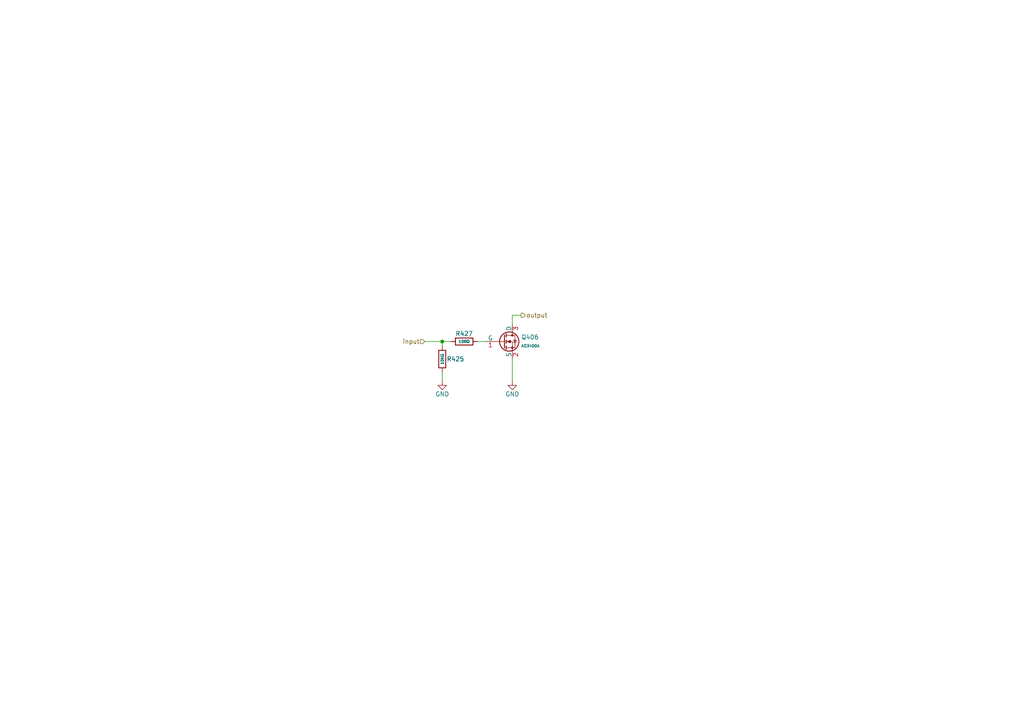
<source format=kicad_sch>
(kicad_sch (version 20250114) (generator "eeschema") (generator_version "9.0")
  (paper "A4")
  (title_block (title "ModuCard GPIO module") (date "2025-06-19") (rev "1.0.0") (company "KoNaR") (comment 1 "Base project authors: Dominik Pluta, Artem Horiunov") (comment 2 "Project author: Dominik Pluta"))
  (lib_symbols
    (symbol "PCM_JLCPCB-Resistors:0402,100Ω" (pin_numbers (hide yes)) (pin_names (offset 0))
      (property "Reference" "R" (at 1.778 0 0))
      (property "Value" "100Ω" (at 0 0 90))
      (symbol "0402,100Ω_0_1"
        (rectangle (start -1.016 2.54) (end 1.016 -2.54) (stroke (width 0.254)))
      )
      (symbol "0402,100Ω_1_1"
        (pin passive line (at 0 3.81 270) (length 1.27) (name "~") (number "1"))
        (pin passive line (at 0 -3.81 90) (length 1.27) (name "~") (number "2"))
      )
    )
    (symbol "PCM_JLCPCB-Resistors:0402,10kΩ" (pin_numbers (hide yes)) (pin_names (offset 0))
      (property "Reference" "R" (at 1.778 0 0))
      (property "Value" "10kΩ" (at 0 0 90))
      (symbol "0402,10kΩ_0_1"
        (rectangle (start -1.016 2.54) (end 1.016 -2.54) (stroke (width 0.254)))
      )
      (symbol "0402,10kΩ_1_1"
        (pin passive line (at 0 3.81 270) (length 1.27) (name "~") (number "1"))
        (pin passive line (at 0 -3.81 90) (length 1.27) (name "~") (number "2"))
      )
    )
    (symbol "PCM_JLCPCB-Transistors:NMOS,AO3400A" (pin_names (offset 0))
      (property "Reference" "Q" (at 4.8514 0.834 0))
      (property "Value" "AO3400A" (at 4.8514 -1.2122 0))
      (symbol "NMOS,AO3400A_0_1"
        (polyline (pts (xy 0.254 1.905) (xy 0.254 -1.905)) (stroke (width 0.254)))
        (polyline (pts (xy 0.254 0) (xy -2.54 0)))
        (polyline (pts (xy 0.762 2.286) (xy 0.762 1.27)) (stroke (width 0.254)))
        (polyline (pts (xy 0.762 0.508) (xy 0.762 -0.508)) (stroke (width 0.254)))
        (polyline (pts (xy 0.762 -1.27) (xy 0.762 -2.286)) (stroke (width 0.254)))
        (polyline (pts (xy 0.762 -1.778) (xy 3.302 -1.778) (xy 3.302 1.778) (xy 0.762 1.778)))
        (polyline (pts (xy 1.016 0) (xy 2.032 0.381) (xy 2.032 -0.381) (xy 1.016 0)) (fill (type outline)))
        (circle (center 1.651 0) (radius 2.794) (stroke (width 0.254)))
        (polyline (pts (xy 2.54 2.54) (xy 2.54 1.778)))
        (circle (center 2.54 1.778) (radius 0.254) (fill (type outline)))
        (circle (center 2.54 -1.778) (radius 0.254) (fill (type outline)))
        (polyline (pts (xy 2.54 -2.54) (xy 2.54 0) (xy 0.762 0)))
        (polyline (pts (xy 2.794 0.508) (xy 2.921 0.381) (xy 3.683 0.381) (xy 3.81 0.254)))
        (polyline (pts (xy 3.302 0.381) (xy 2.921 -0.254) (xy 3.683 -0.254) (xy 3.302 0.381)))
      )
      (symbol "NMOS,AO3400A_1_1"
        (pin input line (at -5.08 0 0) (length 2.54) (name "G") (number "1"))
        (pin passive line (at 2.54 5.08 270) (length 2.54) (name "D") (number "3"))
        (pin passive line (at 2.54 -5.08 90) (length 2.54) (name "S") (number "2"))
      )
    )
    (symbol "power:GND" (power) (pin_numbers (hide yes)) (pin_names (offset 0) (hide yes))
      (property "Value" "GND" (at 0 -3.81 0))
      (symbol "GND_0_1"
        (polyline (pts (xy 0 0) (xy 0 -1.27) (xy 1.27 -1.27) (xy 0 -2.54) (xy -1.27 -1.27) (xy 0 -1.27)))
      )
      (symbol "GND_1_1"
        (pin power_in line (at 0 0 270) (length 0) (name "~") (number "1"))
      )
    )
  )
  (junction (at 128.27 99.06))
  (wire (pts (xy 128.27 107.95) (xy 128.27 110.49)))
  (wire (pts (xy 151.13 91.44) (xy 148.59 91.44)))
  (wire (pts (xy 123.19 99.06) (xy 128.27 99.06)))
  (wire (pts (xy 128.27 99.06) (xy 130.81 99.06)))
  (wire (pts (xy 148.59 104.14) (xy 148.59 110.49)))
  (wire (pts (xy 128.27 100.33) (xy 128.27 99.06)))
  (wire (pts (xy 138.43 99.06) (xy 140.97 99.06)))
  (wire (pts (xy 148.59 91.44) (xy 148.59 93.98)))
  (hierarchical_label "input" (shape input) (at 123.19 99.06 180))
  (hierarchical_label "output" (shape output) (at 151.13 91.44 0))
  (symbol (lib_id "PCM_JLCPCB-Resistors:0402,10kΩ") (at 128.27 104.14 0) (unit 1)
    (property "Reference" "R423" (at 129.54 104.14 0) (effects (justify left)))
    (property "Value" "10kΩ" (at 128.27 104.14 90) (effects (font (size 0.8 0.8))))
    (property "Footprint" "PCM_JLCPCB:R_0402" (effects (hide yes)))
    (property "Datasheet" "https://www.lcsc.com/datasheet/lcsc_datasheet_2411221126_UNI-ROYAL-Uniroyal-Elec-0402WGF1002TCE_C25744.pdf" (effects (hide yes)))
    (property "Description" "62.5mW Thick Film Resistors 50V ±100ppm/°C ±1% 10kΩ 0402 Chip Resistor - Surface Mount ROHS" (effects (hide yes)))
    (property "LCSC" "C25744" (effects (hide yes)))
    (property "Stock" "13295806" (effects (hide yes)))
    (property "Price" "0.004USD" (effects (hide yes)))
    (property "Process" "SMT" (effects (hide yes)))
    (property "Minimum Qty" "5" (effects (hide yes)))
    (property "Attrition Qty" "0" (effects (hide yes)))
    (property "Class" "Basic Component" (effects (hide yes)))
    (property "Category" "Resistors,Chip Resistor - Surface Mount" (effects (hide yes)))
    (property "Manufacturer" "UNI-ROYAL(Uniroyal Elec)" (effects (hide yes)))
    (property "Part" "0402WGF1002TCE" (effects (hide yes)))
    (property "Resistance" "10kΩ" (effects (hide yes)))
    (property "Power(Watts)" "62.5mW" (effects (hide yes)))
    (property "Type" "Thick Film Resistors" (effects (hide yes)))
    (property "Overload Voltage (Max)" "50V" (effects (hide yes)))
    (property "Operating Temperature Range" "-55°C~+155°C" (effects (hide yes)))
    (property "Tolerance" "±1%" (effects (hide yes)))
    (property "Temperature Coefficient" "±100ppm/°C" (effects (hide yes)))
    (instances (project "base-module" (path "" (reference "R425") (unit 1)) (path "" (reference "R436") (unit 1)) (path "" (reference "R423") (unit 1)) (path "" (reference "R429") (unit 1))))
  )
  (symbol (lib_id "PCM_JLCPCB-Resistors:0402,100Ω") (at 134.62 99.06 90) (unit 1)
    (property "Reference" "R426" (at 134.62 96.774 90))
    (property "Value" "100Ω" (at 134.62 99.06 90) (effects (font (size 0.8 0.8))))
    (property "Footprint" "PCM_JLCPCB:R_0402" (effects (hide yes)))
    (property "Datasheet" "https://www.lcsc.com/datasheet/lcsc_datasheet_2205311900_UNI-ROYAL-Uniroyal-Elec-0402WGF1000TCE_C25076.pdf" (effects (hide yes)))
    (property "Description" "62.5mW Thick Film Resistors 50V ±1% ±200ppm/°C 100Ω 0402 Chip Resistor - Surface Mount ROHS" (effects (hide yes)))
    (property "LCSC" "C25076" (effects (hide yes)))
    (property "Stock" "4972199" (effects (hide yes)))
    (property "Price" "0.004USD" (effects (hide yes)))
    (property "Process" "SMT" (effects (hide yes)))
    (property "Minimum Qty" "20" (effects (hide yes)))
    (property "Attrition Qty" "10" (effects (hide yes)))
    (property "Class" "Basic Component" (effects (hide yes)))
    (property "Category" "Resistors,Chip Resistor - Surface Mount" (effects (hide yes)))
    (property "Manufacturer" "UNI-ROYAL(Uniroyal Elec)" (effects (hide yes)))
    (property "Part" "0402WGF1000TCE" (effects (hide yes)))
    (property "Resistance" "100Ω" (effects (hide yes)))
    (property "Power(Watts)" "62.5mW" (effects (hide yes)))
    (property "Type" "Thick Film Resistors" (effects (hide yes)))
    (property "Overload Voltage (Max)" "50V" (effects (hide yes)))
    (property "Operating Temperature Range" "-55°C~+155°C" (effects (hide yes)))
    (property "Tolerance" "±1%" (effects (hide yes)))
    (property "Temperature Coefficient" "±200ppm/°C" (effects (hide yes)))
    (instances (project "base-module" (path "" (reference "R427") (unit 1)) (path "" (reference "R437") (unit 1)) (path "" (reference "R426") (unit 1)) (path "" (reference "R430") (unit 1))))
  )
  (symbol (lib_id "power:GND") (at 148.59 110.49 0) (unit 1)
    (property "Reference" "#PWR0481" (effects (hide yes)))
    (property "Value" "GND" (at 148.59 114.3 0))
    (property "Description" "Power symbol creates a global label with name \"GND\" , ground" (effects (hide yes)))
    (instances (project "base-module" (path "" (reference "#PWR0483") (unit 1)) (path "" (reference "#PWR0487") (unit 1)) (path "" (reference "#PWR0481") (unit 1)) (path "" (reference "#PWR0485") (unit 1))))
  )
  (symbol (lib_id "power:GND") (at 128.27 110.49 0) (unit 1)
    (property "Reference" "#PWR0480" (effects (hide yes)))
    (property "Value" "GND" (at 128.27 114.3 0))
    (property "Description" "Power symbol creates a global label with name \"GND\" , ground" (effects (hide yes)))
    (instances (project "base-module" (path "" (reference "#PWR0482") (unit 1)) (path "" (reference "#PWR0486") (unit 1)) (path "" (reference "#PWR0480") (unit 1)) (path "" (reference "#PWR0484") (unit 1))))
  )
  (symbol (lib_id "PCM_JLCPCB-Transistors:NMOS,AO3400A") (at 146.05 99.06 0) (unit 1)
    (property "Reference" "Q405" (at 151.13 97.7899 0) (effects (justify left)))
    (property "Value" "AO3400A" (at 151.13 100.33 0) (effects (font (size 0.8 0.8)) (justify left)))
    (property "Footprint" "PCM_JLCPCB:Q_SOT-23" (effects (hide yes)))
    (property "Datasheet" "https://www.lcsc.com/datasheet/lcsc_datasheet_1811081213_Alpha---Omega-Semicon-AO3400A_C20917.pdf" (effects (hide yes)))
    (property "Description" "30V 5.7A 26.5mΩ@10V,5.7A 1.4W 1.5V@250uA 1 N-Channel SOT-23-3L MOSFETs ROHS" (effects (hide yes)))
    (property "LCSC" "C20917" (effects (hide yes)))
    (property "Stock" "268211" (effects (hide yes)))
    (property "Price" "0.088USD" (effects (hide yes)))
    (property "Process" "SMT" (effects (hide yes)))
    (property "Minimum Qty" "5" (effects (hide yes)))
    (property "Attrition Qty" "4" (effects (hide yes)))
    (property "Class" "Basic Component" (effects (hide yes)))
    (property "Category" "Transistors,MOSFETs" (effects (hide yes)))
    (property "Manufacturer" "Alpha & Omega Semicon" (effects (hide yes)))
    (property "Part" "AO3400A" (effects (hide yes)))
    (property "Continuous Drain Current (Id)" "5.7A" (effects (hide yes)))
    (property "Input Capacitance (Ciss@Vds)" "630pF@15V" (effects (hide yes)))
    (property "Operating Temperature" "-55°C~+150°C@(Tj)" (effects (hide yes)))
    (property "Type" "1 N-channel" (effects (hide yes)))
    (property "Drain Source Voltage (Vdss)" "30V" (effects (hide yes)))
    (property "Power Dissipation (Pd)" "1.4W" (effects (hide yes)))
    (property "Gate Threshold Voltage (Vgs(th)@Id)" "1.5V@250uA" (effects (hide yes)))
    (property "Drain Source On Resistance (RDS(on)@Vgs,Id)" "26.5mΩ@10V,5.7A" (effects (hide yes)))
    (property "Total Gate Charge (Qg@Vgs)" "7nC@4.5V" (effects (hide yes)))
    (instances (project "base-module" (path "" (reference "Q406") (unit 1)) (path "" (reference "Q408") (unit 1)) (path "" (reference "Q405") (unit 1)) (path "" (reference "Q407") (unit 1))))
  )
)
</source>
